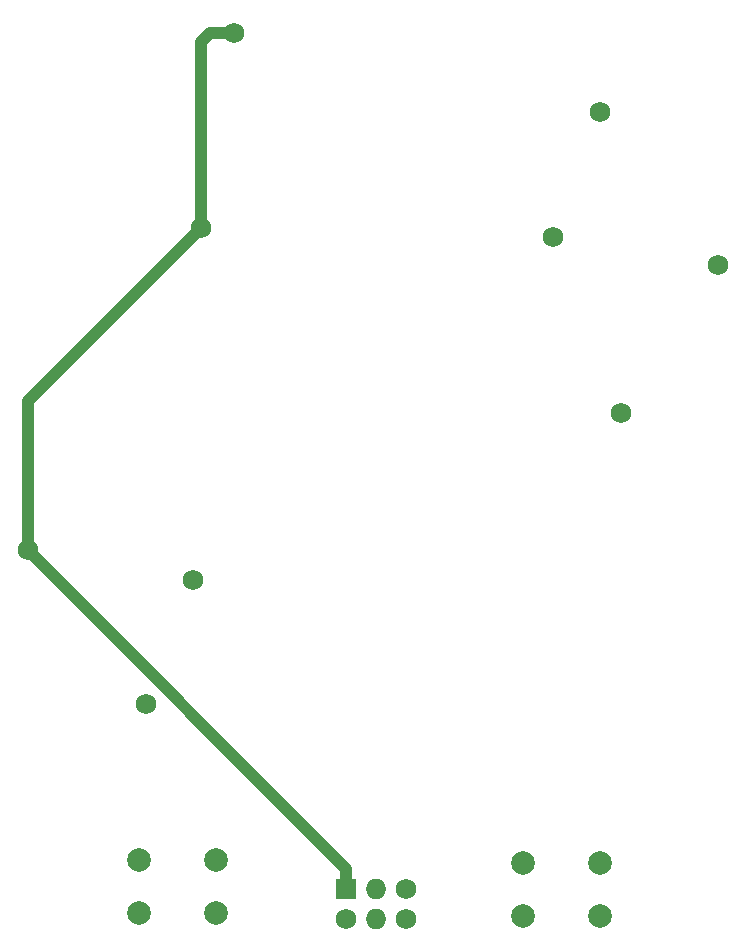
<source format=gtl>
%TF.GenerationSoftware,KiCad,Pcbnew,9.0.1*%
%TF.CreationDate,2025-07-21T02:07:33-04:00*%
%TF.ProjectId,EMP_Cyclone_SAO_v1,454d505f-4379-4636-9c6f-6e655f53414f,rev?*%
%TF.SameCoordinates,Original*%
%TF.FileFunction,Copper,L1,Top*%
%TF.FilePolarity,Positive*%
%FSLAX46Y46*%
G04 Gerber Fmt 4.6, Leading zero omitted, Abs format (unit mm)*
G04 Created by KiCad (PCBNEW 9.0.1) date 2025-07-21 02:07:33*
%MOMM*%
%LPD*%
G01*
G04 APERTURE LIST*
%TA.AperFunction,ComponentPad*%
%ADD10C,1.727200*%
%TD*%
%TA.AperFunction,ComponentPad*%
%ADD11C,2.000000*%
%TD*%
%TA.AperFunction,ComponentPad*%
%ADD12R,1.727200X1.727200*%
%TD*%
%TA.AperFunction,ComponentPad*%
%ADD13O,1.727200X1.727200*%
%TD*%
%TA.AperFunction,ViaPad*%
%ADD14C,1.727200*%
%TD*%
%TA.AperFunction,Conductor*%
%ADD15C,0.200000*%
%TD*%
%TA.AperFunction,Conductor*%
%ADD16C,1.000000*%
%TD*%
G04 APERTURE END LIST*
D10*
%TO.P,U1,4*%
%TO.N,GND*%
X84769165Y-114549852D03*
%TO.P,U1,3*%
%TO.N,+5V*%
X85495766Y-84735330D03*
%TO.P,U1,2*%
%TO.N,N/C*%
X121051005Y-100466418D03*
%TO.P,U1,1*%
%TO.N,Net-(U2-Data_In)*%
X115264670Y-85495766D03*
%TD*%
D11*
%TO.P,SW1,1,1*%
%TO.N,Net-(U3-GPIO5)*%
X112750000Y-138500000D03*
X119250000Y-138500000D03*
%TO.P,SW1,2,2*%
%TO.N,GND*%
X112750000Y-143000000D03*
X119250000Y-143000000D03*
%TD*%
D12*
%TO.P,REF\u002A\u002A,1*%
%TO.N,+5V*%
X97770000Y-140750000D03*
D10*
%TO.P,REF\u002A\u002A,2*%
%TO.N,GND*%
X97770000Y-143290000D03*
D13*
%TO.P,REF\u002A\u002A,3*%
%TO.N,unconnected-(U3-GPIO8-Pad8)*%
X100310000Y-140750000D03*
%TO.P,REF\u002A\u002A,4*%
%TO.N,unconnected-(U3-GPIO9-Pad9)*%
X100310000Y-143290000D03*
D10*
%TO.P,REF\u002A\u002A,5*%
%TO.N,N/C*%
X102850000Y-140750000D03*
%TO.P,REF\u002A\u002A,6*%
X102850000Y-143290000D03*
%TD*%
%TO.P,U2,1*%
%TO.N,N/C*%
X129192457Y-87926418D03*
%TO.P,U2,2*%
X119264102Y-74946404D03*
%TO.P,U2,3*%
%TO.N,+5V*%
X70807543Y-112073582D03*
%TO.P,U2,4*%
%TO.N,GND*%
X80770595Y-125062894D03*
%TD*%
D11*
%TO.P,SW2,1,1*%
%TO.N,Net-(U3-GPIO4)*%
X80250000Y-138250000D03*
X86750000Y-138250000D03*
%TO.P,SW2,2,2*%
%TO.N,GND*%
X80250000Y-142750000D03*
X86750000Y-142750000D03*
%TD*%
D14*
%TO.N,+5V*%
X88250000Y-68250000D03*
%TD*%
D15*
%TO.N,GND*%
X86500000Y-143250000D02*
X86750000Y-143250000D01*
D16*
%TO.N,+5V*%
X97770000Y-139036039D02*
X70807543Y-112073582D01*
X86250000Y-68250000D02*
X85495766Y-69004234D01*
X85495766Y-84735330D02*
X85495766Y-84754234D01*
X85495766Y-69004234D02*
X85495766Y-84735330D01*
X70807543Y-99442457D02*
X70807543Y-112073582D01*
X85495766Y-84754234D02*
X70807543Y-99442457D01*
X97770000Y-140750000D02*
X97770000Y-139036039D01*
X88250000Y-68250000D02*
X86250000Y-68250000D01*
%TD*%
M02*

</source>
